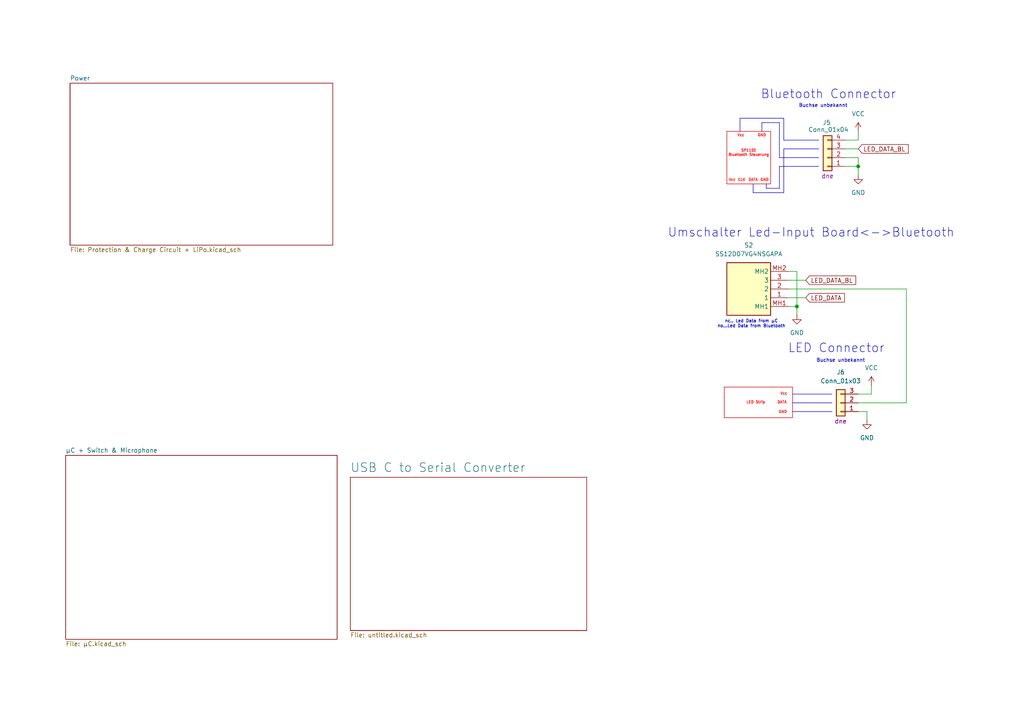
<source format=kicad_sch>
(kicad_sch (version 20250114) (generator "eeschema") (generator_version "9.0")
  (paper "A4")
  (title_block (title "009_RGB Sound Control Light Bar Redesign_fraseross") (date "2025-03-27") (rev "1") (company "Hipf Leon"))
  (lib_symbols
    (symbol "Connector_Generic:Conn_01x03" (pin_names (offset 1.016) (hide yes))
      (property "Reference" "J" (at 0 5.08 0))
      (property "Value" "Conn_01x03" (at 0 -5.08 0))
      (symbol "Conn_01x03_1_1"
        (rectangle (start -1.27 3.81) (end 1.27 -3.81) (stroke (width 0.254)) (fill (type background)))
        (rectangle (start -1.27 2.667) (end 0 2.413) (stroke (width 0.1524)))
        (rectangle (start -1.27 0.127) (end 0 -0.127) (stroke (width 0.1524)))
        (rectangle (start -1.27 -2.413) (end 0 -2.667) (stroke (width 0.1524)))
        (pin passive line (at -5.08 2.54 0) (length 3.81) (name "Pin_1") (number "1"))
        (pin passive line (at -5.08 0 0) (length 3.81) (name "Pin_2") (number "2"))
        (pin passive line (at -5.08 -2.54 0) (length 3.81) (name "Pin_3") (number "3"))
      )
    )
    (symbol "Connector_Generic:Conn_01x04" (pin_names (offset 1.016) (hide yes))
      (property "Reference" "J" (at 0 5.08 0))
      (property "Value" "Conn_01x04" (at 0 -7.62 0))
      (symbol "Conn_01x04_1_1"
        (rectangle (start -1.27 3.81) (end 1.27 -6.35) (stroke (width 0.254)) (fill (type background)))
        (rectangle (start -1.27 2.667) (end 0 2.413) (stroke (width 0.1524)))
        (rectangle (start -1.27 0.127) (end 0 -0.127) (stroke (width 0.1524)))
        (rectangle (start -1.27 -2.413) (end 0 -2.667) (stroke (width 0.1524)))
        (rectangle (start -1.27 -4.953) (end 0 -5.207) (stroke (width 0.1524)))
        (pin passive line (at -5.08 2.54 0) (length 3.81) (name "Pin_1") (number "1"))
        (pin passive line (at -5.08 0 0) (length 3.81) (name "Pin_2") (number "2"))
        (pin passive line (at -5.08 -2.54 0) (length 3.81) (name "Pin_3") (number "3"))
        (pin passive line (at -5.08 -5.08 0) (length 3.81) (name "Pin_4") (number "4"))
      )
    )
    (symbol "SS12D07VG4NSGAPA:SS12D07VG4NSGAPA"
      (property "Reference" "S" (at 19.05 7.62 0))
      (property "Value" "SS12D07VG4NSGAPA" (at 19.05 5.08 0))
      (symbol "SS12D07VG4NSGAPA_1_1"
        (rectangle (start 5.08 2.54) (end 17.78 -12.7) (stroke (width 0.254)) (fill (type background)))
        (pin passive line (at 0 0 0) (length 5.08) (name "MH1") (number "MH1"))
        (pin passive line (at 0 -2.54 0) (length 5.08) (name "1") (number "1"))
        (pin passive line (at 0 -5.08 0) (length 5.08) (name "2") (number "2"))
        (pin passive line (at 0 -7.62 0) (length 5.08) (name "3") (number "3"))
        (pin passive line (at 0 -10.16 0) (length 5.08) (name "MH2") (number "MH2"))
      )
    )
    (symbol "power:GND" (power) (pin_numbers (hide yes)) (pin_names (offset 0) (hide yes))
      (property "Value" "GND" (at 0 -3.81 0))
      (symbol "GND_0_1"
        (polyline (pts (xy 0 0) (xy 0 -1.27) (xy 1.27 -1.27) (xy 0 -2.54) (xy -1.27 -1.27) (xy 0 -1.27)))
      )
      (symbol "GND_1_1"
        (pin power_in line (at 0 0 270) (length 0) (name "~") (number "1"))
      )
    )
    (symbol "power:VCC" (power) (pin_numbers (hide yes)) (pin_names (offset 0) (hide yes))
      (property "Value" "VCC" (at 0 3.556 0))
      (symbol "VCC_0_1"
        (polyline (pts (xy -0.762 1.27) (xy 0 2.54)))
        (polyline (pts (xy 0 2.54) (xy 0.762 1.27)))
        (polyline (pts (xy 0 0) (xy 0 2.54)))
      )
      (symbol "VCC_1_1"
        (pin power_in line (at 0 0 90) (length 0) (name "~") (number "1"))
      )
    )
  )
  (rectangle (start 210.82 38.1) (end 223.52 53.34) (stroke (width 0) (color 199 0 0 1)))
  (rectangle (start 210.058 112.268) (end 229.87 121.158) (stroke (width 0) (color 199 0 0 1)))
  (text "Vcc\n" (at 214.884 39.37 0) (effects (font (size 0.762 0.762))))
  (text "GND\n" (at 220.98 39.37 0) (effects (font (size 0.762 0.762))))
  (text "Buchse unbekannt" (at 238.76 30.734 0) (effects (font (size 1.016 1.016))))
  (text "LED Connector\n" (at 242.57 101.092 0) (effects (font (size 2.54 2.54))))
  (text "Umschalter Led-Input Board<->Bluetooth " (at 236.22 67.564 0) (effects (font (size 2.54 2.54))))
  (text "nc.. Led Data from µC\nno...Led Data from Bluetooth" (at 217.932 93.98 0) (effects (font (size 0.889 0.889))))
  (text "Vcc\n" (at 212.344 52.324 0) (effects (font (size 0.762 0.762))))
  (text "DATA\n" (at 226.822 116.84 0) (effects (font (size 0.762 0.762))))
  (text "GND\n" (at 221.742 52.324 0) (effects (font (size 0.762 0.762))))
  (text "CLK\n" (at 215.138 52.324 0) (effects (font (size 0.762 0.762))))
  (text "Vcc\n" (at 227.33 114.3 0) (effects (font (size 0.762 0.762))))
  (text "Buchse unbekannt" (at 243.84 104.648 0) (effects (font (size 1.016 1.016))))
  (text "DATA\n" (at 218.44 52.324 0) (effects (font (size 0.762 0.762))))
  (text "GND\n" (at 227.076 119.634 0) (effects (font (size 0.762 0.762))))
  (text "Bluetooth Connector\n" (at 240.284 27.432 0) (effects (font (size 2.54 2.54))))
  (text "SP110E\nBluetooth Steuerung" (at 217.17 44.45 0) (effects (font (size 0.762 0.762))))
  (text "LED Strip\n" (at 219.202 116.84 0) (effects (font (size 0.762 0.762))))
  (junction (at 248.92 48.26))
  (junction (at 231.14 88.9))
  (polyline (pts (xy 218.44 53.34) (xy 218.44 55.88)))
  (wire (pts (xy 231.14 91.44) (xy 231.14 88.9)))
  (polyline (pts (xy 222.25 53.34) (xy 222.25 54.61)))
  (wire (pts (xy 248.92 48.26) (xy 248.92 50.8)))
  (polyline (pts (xy 220.98 35.56) (xy 220.98 38.1)))
  (polyline (pts (xy 229.87 119.38) (xy 241.3 119.38)))
  (polyline (pts (xy 227.33 55.88) (xy 218.44 55.88)))
  (wire (pts (xy 248.92 119.38) (xy 251.46 119.38)))
  (wire (pts (xy 228.6 86.36) (xy 233.68 86.36)))
  (polyline (pts (xy 226.06 54.61) (xy 222.25 54.61)))
  (polyline (pts (xy 226.06 45.72) (xy 226.06 35.56)))
  (polyline (pts (xy 237.49 45.72) (xy 226.06 45.72)))
  (wire (pts (xy 251.46 119.38) (xy 251.46 121.92)))
  (wire (pts (xy 245.11 45.72) (xy 248.92 45.72)))
  (polyline (pts (xy 237.49 48.26) (xy 226.06 48.26)))
  (polyline (pts (xy 237.49 43.18) (xy 227.33 43.18)))
  (wire (pts (xy 245.11 48.26) (xy 248.92 48.26)))
  (wire (pts (xy 248.92 45.72) (xy 248.92 48.26)))
  (wire (pts (xy 262.89 83.82) (xy 262.89 116.84)))
  (wire (pts (xy 252.73 111.76) (xy 252.73 114.3)))
  (polyline (pts (xy 227.33 34.29) (xy 214.63 34.29)))
  (polyline (pts (xy 229.87 116.84) (xy 241.3 116.84)))
  (wire (pts (xy 245.11 43.18) (xy 248.92 43.18)))
  (wire (pts (xy 248.92 114.3) (xy 252.73 114.3)))
  (polyline (pts (xy 229.87 114.3) (xy 241.3 114.3)))
  (wire (pts (xy 231.14 88.9) (xy 228.6 88.9)))
  (polyline (pts (xy 227.33 40.64) (xy 227.33 34.29)))
  (wire (pts (xy 248.92 38.1) (xy 248.92 40.64)))
  (polyline (pts (xy 237.49 40.64) (xy 227.33 40.64)))
  (polyline (pts (xy 226.06 35.56) (xy 220.98 35.56)))
  (wire (pts (xy 231.14 78.74) (xy 231.14 88.9)))
  (wire (pts (xy 228.6 83.82) (xy 262.89 83.82)))
  (wire (pts (xy 228.6 81.28) (xy 233.68 81.28)))
  (polyline (pts (xy 226.06 48.26) (xy 226.06 54.61)))
  (polyline (pts (xy 227.33 43.18) (xy 227.33 55.88)))
  (wire (pts (xy 248.92 40.64) (xy 245.11 40.64)))
  (polyline (pts (xy 214.63 34.29) (xy 214.63 38.1)))
  (wire (pts (xy 228.6 78.74) (xy 231.14 78.74)))
  (wire (pts (xy 262.89 116.84) (xy 248.92 116.84)))
  (global_label "LED_DATA_BL" (shape input) (at 248.92 43.18 0) (property "Intersheetrefs" "${INTERSHEET_REFS}" (effects (hide yes))))
  (global_label "LED_DATA" (shape input) (at 233.68 86.36 0) (property "Intersheetrefs" "${INTERSHEET_REFS}" (effects (hide yes))))
  (global_label "LED_DATA_BL" (shape input) (at 233.68 81.28 0) (property "Intersheetrefs" "${INTERSHEET_REFS}" (effects (hide yes))))
  (symbol (lib_id "power:GND") (at 251.46 121.92 0) (unit 1)
    (property "Reference" "#PWR02" (effects (hide yes)))
    (property "Value" "GND" (at 251.46 127 0))
    (property "Description" "Power symbol creates a global label with name \"GND\" , ground" (effects (hide yes)))
  )
  (symbol (lib_id "Connector_Generic:Conn_01x04") (at 240.03 45.72 180) (unit 1)
    (property "Reference" "J5" (at 239.776 35.56 0))
    (property "Value" "Conn_01x04" (at 240.284 37.592 0))
    (property "Footprint" "Connector_PinSocket_1.00mm:PinSocket_1x04_P1.00mm_Vertical" (effects (hide yes)))
    (property "Description" "Generic connector, single row, 01x04, script generated (kicad-library-utils/schlib/autogen/connector/)" (effects (hide yes)))
    (property "BOM" "dne" (at 240.03 51.054 0))
  )
  (symbol (lib_id "Connector_Generic:Conn_01x03") (at 243.84 116.84 180) (unit 1)
    (property "Reference" "J6" (at 243.84 107.95 0))
    (property "Value" "Conn_01x03" (at 243.84 110.49 0))
    (property "Footprint" "Connector_PinSocket_1.00mm:PinSocket_1x03_P1.00mm_Vertical" (effects (hide yes)))
    (property "Description" "Generic connector, single row, 01x03, script generated (kicad-library-utils/schlib/autogen/connector/)" (effects (hide yes)))
    (property "BOM" "dne" (at 243.84 122.174 0))
  )
  (symbol (lib_id "power:GND") (at 231.14 91.44 0) (unit 1)
    (property "Reference" "#PWR034" (effects (hide yes)))
    (property "Value" "GND" (at 231.14 96.52 0))
    (property "Description" "Power symbol creates a global label with name \"GND\" , ground" (effects (hide yes)))
  )
  (symbol (lib_id "SS12D07VG4NSGAPA:SS12D07VG4NSGAPA") (at 228.6 88.9 180) (unit 1)
    (property "Reference" "S2" (at 217.17 71.12 0))
    (property "Value" "SS12D07VG4NSGAPA" (at 217.17 73.66 0))
    (property "Footprint" "footprints:SS12D07VG4NSGAPA" (effects (hide yes)))
    (property "Datasheet" "https://www.arrow.com/en/products/ss12d07vg4nsgapa/ck" (effects (hide yes)))
    (property "Description" "Slide Switches SPDT 0.3 Amp at 30 V" (effects (hide yes)))
    (property "Height" "7" (effects (hide yes)))
    (property "Manufacturer_Name" "C & K COMPONENTS" (effects (hide yes)))
    (property "Manufacturer_Part_Number" "SS12D07VG4NSGAPA" (effects (hide yes)))
    (property "Mouser Part Number" "N/A" (effects (hide yes)))
    (property "Mouser Price/Stock" "https://www.mouser.co.uk/ProductDetail/CK/SS12D07VG4NSGAPA?qs=Gufeu08L%2Fl1%252Bxajk%252BoYvog%3D%3D" (effects (hide yes)))
    (property "Arrow Part Number" "SS12D07VG4NSGAPA" (effects (hide yes)))
    (property "Arrow Price/Stock" "https://www.arrow.com/en/products/ss12d07vg4nsgapa/ck?region=nac" (effects (hide yes)))
    (property "LCSC PN" "C2939726" (effects (hide yes)))
  )
  (symbol (lib_id "power:GND") (at 248.92 50.8 0) (unit 1)
    (property "Reference" "#PWR016" (effects (hide yes)))
    (property "Value" "GND" (at 248.92 55.88 0))
    (property "Description" "Power symbol creates a global label with name \"GND\" , ground" (effects (hide yes)))
  )
  (symbol (lib_id "power:VCC") (at 248.92 38.1 0) (unit 1)
    (property "Reference" "#PWR032" (effects (hide yes)))
    (property "Value" "VCC" (at 248.92 33.02 0))
    (property "Description" "Power symbol creates a global label with name \"VCC\"" (effects (hide yes)))
  )
  (symbol (lib_id "power:VCC") (at 252.73 111.76 0) (unit 1)
    (property "Reference" "#PWR033" (effects (hide yes)))
    (property "Value" "VCC" (at 252.73 106.68 0))
    (property "Description" "Power symbol creates a global label with name \"VCC\"" (effects (hide yes)))
  )
  (sheet (at 101.6 138.43) (size 68.58 44.45) (stroke (width 0.1524))
    (property "Sheetname" "USB C to Serial Converter" (at 101.6 137.0834 0) (effects (font (size 2.54 2.54)) (justify left bottom)))
    (property "Sheetfile" "untitled.kicad_sch" (at 101.6 183.4646 0) (effects (justify left top)))
  )
  (sheet (at 20.32 24.13) (size 76.2 46.99) (stroke (width 0.1524))
    (property "Sheetname" "Power" (at 20.32 23.4184 0) (effects (justify left bottom)))
    (property "Sheetfile" "Protection & Charge Circuit + LiPo.kicad_sch" (at 20.32 71.7046 0) (effects (justify left top)))
  )
  (sheet (at 19.05 132.08) (size 78.74 53.34) (stroke (width 0.1524))
    (property "Sheetname" "µC + Switch & Microphone" (at 19.05 131.3684 0) (effects (justify left bottom)))
    (property "Sheetfile" "µC.kicad_sch" (at 19.05 186.0046 0) (effects (justify left top)))
  )
)
</source>
